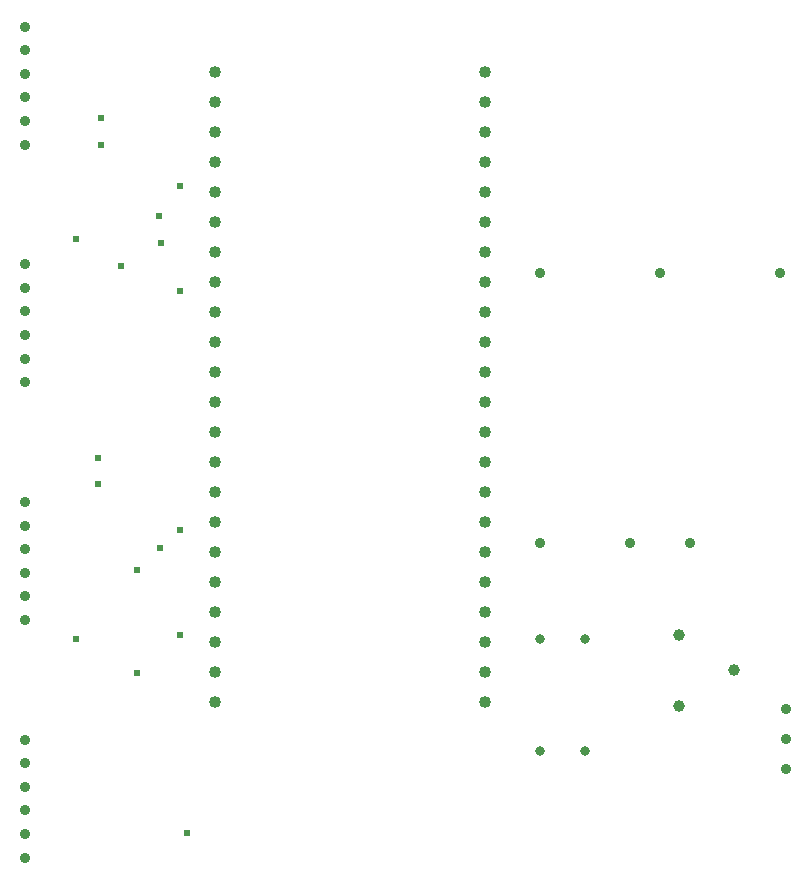
<source format=gbr>
G04 DesignSpark PCB Gerber Version 10.0 Build 5299*
G04 #@! TF.Part,Single*
G04 #@! TF.FilePolarity,Positive*
%FSLAX35Y35*%
%MOIN*%
G04 #@! TA.AperFunction,ViaDrill*
%ADD98C,0.02400*%
G04 #@! TA.AperFunction,ComponentDrill*
%ADD24C,0.03200*%
%ADD100C,0.03500*%
%ADD25C,0.03937*%
%ADD99C,0.04016*%
G04 #@! TD.AperFunction*
X0Y0D02*
D02*
D24*
X209261Y90561D03*
Y127962D03*
X224261Y90561D03*
Y127962D03*
D02*
D25*
X255521Y105817D03*
Y129439D03*
X274025Y117628D03*
D02*
D98*
X54734Y127962D03*
Y261328D03*
X62116Y179635D03*
Y188494D03*
X63100Y292824D03*
Y301683D03*
X69498Y252470D03*
X74911Y116643D03*
Y151092D03*
X82429Y268878D03*
X82785Y158474D03*
X82982Y260049D03*
X89183Y129439D03*
Y164380D03*
Y243886D03*
X89302Y279143D03*
X91643Y63494D03*
D02*
D99*
X101131Y106899D03*
Y116899D03*
Y126899D03*
Y136899D03*
Y146899D03*
Y156899D03*
Y166899D03*
Y176899D03*
Y186899D03*
Y196899D03*
Y206899D03*
Y216899D03*
Y226899D03*
Y236899D03*
Y246899D03*
Y256899D03*
Y266899D03*
Y276899D03*
Y286899D03*
Y296899D03*
Y306899D03*
Y316899D03*
X191131Y106899D03*
Y116899D03*
Y126899D03*
Y136899D03*
Y146899D03*
Y156899D03*
Y166899D03*
Y176899D03*
Y186899D03*
Y196899D03*
Y206899D03*
Y216899D03*
Y226899D03*
Y236899D03*
Y246899D03*
Y256899D03*
Y266899D03*
Y276899D03*
Y286899D03*
Y296899D03*
Y306899D03*
Y316899D03*
D02*
D100*
X37509Y55128D03*
Y63002D03*
Y70876D03*
Y78750D03*
Y86624D03*
Y94498D03*
Y134360D03*
Y142234D03*
Y150108D03*
Y157982D03*
Y165856D03*
Y173730D03*
Y213592D03*
Y221466D03*
Y229340D03*
Y237214D03*
Y245088D03*
Y252962D03*
Y292824D03*
Y300698D03*
Y308572D03*
Y316446D03*
Y324320D03*
Y332194D03*
X209261Y160009D03*
Y250009D03*
X239261Y160009D03*
X249261Y250009D03*
X259261Y160009D03*
X289261Y250009D03*
X291446Y84655D03*
Y94655D03*
Y104655D03*
X0Y0D02*
M02*

</source>
